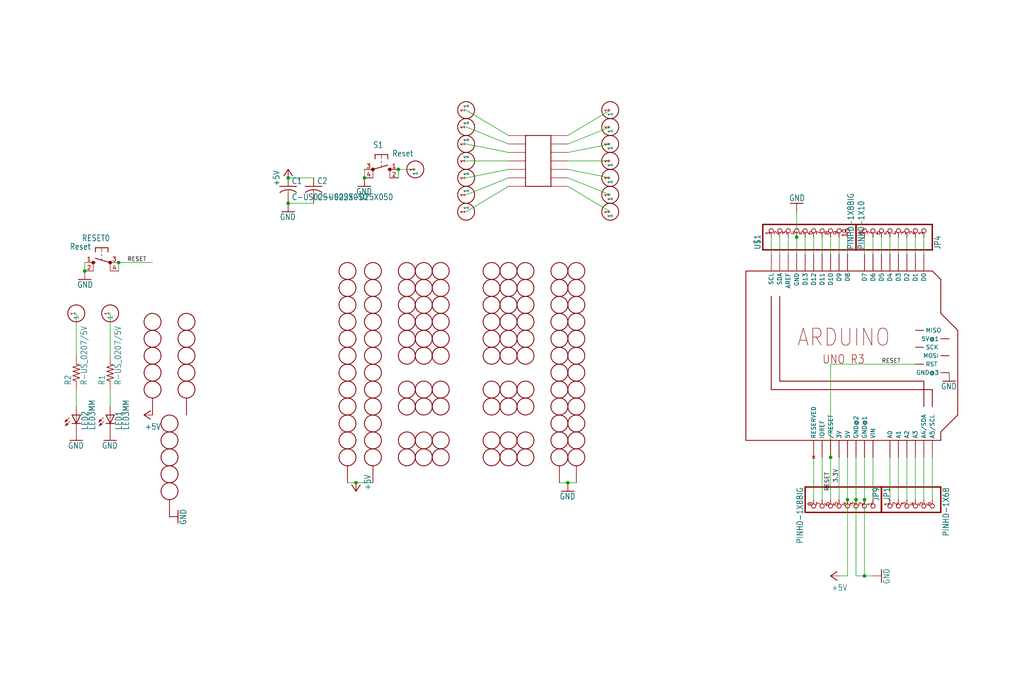
<source format=kicad_sch>
(kicad_sch (version 20211123) (generator eeschema)
  (paper "User" 306.883 210.007)
  (lib_symbols
    (symbol "schematicEagle-eagle-import:+5V" (power)
      (property "Value" "+5V" (at -2.54 -5.08 90))
      (symbol "+5V_1_0"
        (polyline (pts (xy 0 0) (xy -1.27 -1.905)) (stroke (width 0.254)))
        (polyline (pts (xy 1.27 -1.905) (xy 0 0)) (stroke (width 0.254)))
        (pin power_in line (at 0 -2.54 90) (length 2.54) (name "+5V") (number "1"))
      )
    )
    (symbol "schematicEagle-eagle-import:10-XX"
      (property "Reference" "S" (at -6.35 -2.54 90))
      (property "Value" "10-XX" (at -3.81 3.175 90))
      (symbol "10-XX_1_0"
        (circle (center 0 -2.54) (radius 0.127) (stroke (width 0.4064)))
        (polyline (pts (xy -4.445 -1.905) (xy -3.175 -1.905)) (stroke (width 0.254)))
        (polyline (pts (xy -4.445 0) (xy -4.445 -1.905)) (stroke (width 0.254)))
        (polyline (pts (xy -4.445 0) (xy -3.175 0)) (stroke (width 0.1524)))
        (polyline (pts (xy -4.445 1.905) (xy -4.445 0)) (stroke (width 0.254)))
        (polyline (pts (xy -4.445 1.905) (xy -3.175 1.905)) (stroke (width 0.254)))
        (polyline (pts (xy -2.54 0) (xy -1.905 0)) (stroke (width 0.1524)))
        (polyline (pts (xy -1.27 0) (xy -0.635 0)) (stroke (width 0.1524)))
        (polyline (pts (xy 0 -2.54) (xy -1.27 1.905)) (stroke (width 0.254)))
        (polyline (pts (xy 0 1.905) (xy 0 2.54)) (stroke (width 0.254)))
        (polyline (pts (xy 2.54 -2.54) (xy 0 -2.54)) (stroke (width 0.1524)))
        (polyline (pts (xy 2.54 2.54) (xy 0 2.54)) (stroke (width 0.1524)))
        (circle (center 0 2.54) (radius 0.127) (stroke (width 0.4064)))
        (pin passive line (at 0 5.08 270) (length 2.54) (name "S") (number "1"))
        (pin passive line (at 2.54 5.08 270) (length 2.54) (name "S1") (number "2"))
        (pin passive line (at 0 -5.08 90) (length 2.54) (name "P") (number "3"))
        (pin passive line (at 2.54 -5.08 90) (length 2.54) (name "P1") (number "4"))
      )
    )
    (symbol "schematicEagle-eagle-import:12-STRIP"
      (symbol "12-STRIP_1_0"
        (circle (center -25.4 0) (radius 2.54) (stroke (width 0.254)))
        (circle (center -20.32 0) (radius 2.54) (stroke (width 0.254)))
        (circle (center -15.24 0) (radius 2.54) (stroke (width 0.254)))
        (circle (center -10.16 0) (radius 2.54) (stroke (width 0.254)))
        (circle (center -5.08 0) (radius 2.54) (stroke (width 0.254)))
        (circle (center 0 0) (radius 2.54) (stroke (width 0.254)))
        (circle (center 5.08 0) (radius 2.54) (stroke (width 0.254)))
        (circle (center 10.16 0) (radius 2.54) (stroke (width 0.254)))
        (circle (center 15.24 0) (radius 2.54) (stroke (width 0.254)))
        (circle (center 20.32 0) (radius 2.54) (stroke (width 0.254)))
        (circle (center 25.4 0) (radius 2.54) (stroke (width 0.254)))
        (circle (center 30.48 0) (radius 2.54) (stroke (width 0.254)))
        (pin bidirectional line (at -33.02 0 0) (length 5.08) (name "P$1") (number "P$1"))
      )
    )
    (symbol "schematicEagle-eagle-import:3-STRIP"
      (symbol "3-STRIP_1_0"
        (circle (center -5.08 0) (radius 2.54) (stroke (width 0.254)))
        (circle (center 0 0) (radius 2.54) (stroke (width 0.254)))
        (circle (center 5.08 0) (radius 2.54) (stroke (width 0.254)))
      )
    )
    (symbol "schematicEagle-eagle-import:5-STRIP"
      (symbol "5-STRIP_1_0"
        (circle (center 0 0) (radius 2.54) (stroke (width 0.254)))
        (circle (center 5.08 0) (radius 2.54) (stroke (width 0.254)))
        (circle (center 10.16 0) (radius 2.54) (stroke (width 0.254)))
        (circle (center 15.24 0) (radius 2.54) (stroke (width 0.254)))
        (circle (center 20.32 0) (radius 2.54) (stroke (width 0.254)))
        (pin bidirectional line (at -7.62 0 0) (length 5.08) (name "P$1") (number "P$3"))
      )
    )
    (symbol "schematicEagle-eagle-import:ARDUINO_R3_ICSP"
      (symbol "ARDUINO_R3_ICSP_1_0"
        (polyline (pts (xy 0 0) (xy 58.42 0)) (stroke (width 0.254)))
        (polyline (pts (xy 0 50.8) (xy 0 0)) (stroke (width 0.254)))
        (polyline (pts (xy 7.62 15.24) (xy 55.88 15.24)) (stroke (width 0.254)))
        (polyline (pts (xy 7.62 43.18) (xy 7.62 15.24)) (stroke (width 0.254)))
        (polyline (pts (xy 10.16 17.78) (xy 53.34 17.78)) (stroke (width 0.254)))
        (polyline (pts (xy 10.16 43.18) (xy 10.16 17.78)) (stroke (width 0.254)))
        (polyline (pts (xy 53.34 17.78) (xy 53.34 10.16)) (stroke (width 0.254)))
        (polyline (pts (xy 55.88 15.24) (xy 55.88 10.16)) (stroke (width 0.254)))
        (polyline (pts (xy 55.88 50.8) (xy 0 50.8)) (stroke (width 0.254)))
        (polyline (pts (xy 58.42 0) (xy 58.42 2.54)) (stroke (width 0.254)))
        (polyline (pts (xy 58.42 2.54) (xy 63.5 7.62)) (stroke (width 0.254)))
        (polyline (pts (xy 58.42 38.1) (xy 58.42 48.26)) (stroke (width 0.254)))
        (polyline (pts (xy 58.42 48.26) (xy 55.88 50.8)) (stroke (width 0.254)))
        (polyline (pts (xy 63.5 7.62) (xy 63.5 33.02)) (stroke (width 0.254)))
        (polyline (pts (xy 63.5 33.02) (xy 58.42 38.1)) (stroke (width 0.254)))
        (text "ARDUINO" (at 15.24 27.94 0) (effects (font (size 5.08 4.318)) (justify left bottom)))
        (text "UNO R3" (at 22.86 22.86 0) (effects (font (size 2.54 2.159)) (justify left bottom)))
        (pin power_in line (at 27.94 -5.08 90) (length 5.08) (name "3V") (number "3V"))
        (pin power_in line (at 30.48 -5.08 90) (length 5.08) (name "5V") (number "5V"))
        (pin passive line (at 60.96 30.48 180) (length 2.54) (name "5V@1") (number "5V_ICSP"))
        (pin bidirectional line (at 43.18 -5.08 90) (length 5.08) (name "A0") (number "A0"))
        (pin bidirectional line (at 45.72 -5.08 90) (length 5.08) (name "A1") (number "A1"))
        (pin bidirectional line (at 48.26 -5.08 90) (length 5.08) (name "A2") (number "A2"))
        (pin bidirectional line (at 50.8 -5.08 90) (length 5.08) (name "A3") (number "A3"))
        (pin bidirectional line (at 53.34 -5.08 90) (length 5.08) (name "A4/SDA") (number "A4"))
        (pin bidirectional line (at 55.88 -5.08 90) (length 5.08) (name "A5/SCL") (number "A5"))
        (pin bidirectional line (at 12.7 55.88 270) (length 5.08) (name "AREF") (number "AREF"))
        (pin bidirectional line (at 53.34 55.88 270) (length 5.08) (name "D0") (number "D0"))
        (pin bidirectional line (at 50.8 55.88 270) (length 5.08) (name "D1") (number "D1"))
        (pin bidirectional line (at 25.4 55.88 270) (length 5.08) (name "D10") (number "D10"))
        (pin bidirectional line (at 22.86 55.88 270) (length 5.08) (name "D11") (number "D11"))
        (pin bidirectional line (at 20.32 55.88 270) (length 5.08) (name "D12") (number "D12"))
        (pin bidirectional line (at 17.78 55.88 270) (length 5.08) (name "D13") (number "D13"))
        (pin bidirectional line (at 48.26 55.88 270) (length 5.08) (name "D2") (number "D2"))
        (pin bidirectional line (at 45.72 55.88 270) (length 5.08) (name "D3") (number "D3"))
        (pin bidirectional line (at 43.18 55.88 270) (length 5.08) (name "D4") (number "D4"))
        (pin bidirectional line (at 40.64 55.88 270) (length 5.08) (name "D5") (number "D5"))
        (pin bidirectional line (at 38.1 55.88 270) (length 5.08) (name "D6") (number "D6"))
        (pin bidirectional line (at 35.56 55.88 270) (length 5.08) (name "D7") (number "D7"))
        (pin bidirectional line (at 30.48 55.88 270) (length 5.08) (name "D8") (number "D8"))
        (pin bidirectional line (at 27.94 55.88 270) (length 5.08) (name "D9") (number "D9"))
        (pin power_in line (at 15.24 55.88 270) (length 5.08) (name "GND") (number "GND"))
        (pin power_in line (at 33.02 -5.08 90) (length 5.08) (name "GND@2") (number "GND@1"))
        (pin passive line (at 60.96 20.32 180) (length 2.54) (name "GND@3") (number "GND@2"))
        (pin power_in line (at 35.56 -5.08 90) (length 5.08) (name "GND@1") (number "GND@3"))
        (pin output line (at 22.86 -5.08 90) (length 5.08) (name "IOREF") (number "IOREF"))
        (pin passive line (at 50.8 33.02 0) (length 2.54) (name "MISO") (number "MISO"))
        (pin passive line (at 60.96 25.4 180) (length 2.54) (name "MOSI") (number "MOSI"))
        (pin no_connect line (at 20.32 -5.08 90) (length 5.08) (name "RESERVED") (number "RESERVED"))
        (pin bidirectional line (at 25.4 -5.08 90) (length 5.08) (name "/RESET") (number "RESET"))
        (pin passive line (at 50.8 22.86 0) (length 2.54) (name "RST") (number "RESET_ICSP"))
        (pin passive line (at 50.8 27.94 0) (length 2.54) (name "SCK") (number "SCK"))
        (pin bidirectional line (at 7.62 55.88 270) (length 5.08) (name "SCL") (number "SCL"))
        (pin bidirectional line (at 10.16 55.88 270) (length 5.08) (name "SDA") (number "SDA"))
        (pin power_in line (at 38.1 -5.08 90) (length 5.08) (name "VIN") (number "VIN"))
      )
    )
    (symbol "schematicEagle-eagle-import:C-US025-025X050"
      (property "Reference" "C" (at 1.016 0.635 0))
      (property "Value" "C-US025-025X050" (at 1.016 -4.191 0))
      (symbol "C-US025-025X050_1_0"
        (arc (start 0 -1.0161) (mid -1.302 -1.2303) (end -2.4668 -1.8504) (stroke (width 0.254)))
        (polyline (pts (xy -2.54 0) (xy 2.54 0)) (stroke (width 0.254)))
        (polyline (pts (xy 0 -1.016) (xy 0 -2.54)) (stroke (width 0.1524)))
        (arc (start 2.4892 -1.8542) (mid 1.3158 -1.2195) (end 0 -1) (stroke (width 0.254)))
        (pin passive line (at 0 2.54 270) (length 2.54) (name "1") (number "1"))
        (pin passive line (at 0 -5.08 90) (length 2.54) (name "2") (number "2"))
      )
    )
    (symbol "schematicEagle-eagle-import:GND" (power)
      (property "Value" "GND" (at -2.54 -2.54 0))
      (symbol "GND_1_0"
        (polyline (pts (xy -1.905 0) (xy 1.905 0)) (stroke (width 0.254)))
        (pin power_in line (at 0 2.54 270) (length 2.54) (name "GND") (number "1"))
      )
    )
    (symbol "schematicEagle-eagle-import:LED3MM"
      (property "Reference" "LED" (at 3.556 -4.572 90))
      (property "Value" "LED3MM" (at 5.715 -4.572 90))
      (symbol "LED3MM_1_0"
        (polyline (pts (xy -2.032 -0.762) (xy -3.429 -2.159)) (stroke (width 0.1524)))
        (polyline (pts (xy -1.905 -1.905) (xy -3.302 -3.302)) (stroke (width 0.1524)))
        (polyline (pts (xy 0 -2.54) (xy -1.27 -2.54)) (stroke (width 0.254)))
        (polyline (pts (xy 0 -2.54) (xy -1.27 0)) (stroke (width 0.254)))
        (polyline (pts (xy 0 0) (xy -1.27 0)) (stroke (width 0.254)))
        (polyline (pts (xy 0 0) (xy 0 -2.54)) (stroke (width 0.1524)))
        (polyline (pts (xy 1.27 -2.54) (xy 0 -2.54)) (stroke (width 0.254)))
        (polyline (pts (xy 1.27 0) (xy 0 -2.54)) (stroke (width 0.254)))
        (polyline (pts (xy 1.27 0) (xy 0 0)) (stroke (width 0.254)))
        (polyline (pts (xy -3.429 -2.159) (xy -3.048 -1.27) (xy -2.54 -1.778)) (fill (type outline)))
        (polyline (pts (xy -3.302 -3.302) (xy -2.921 -2.413) (xy -2.413 -2.921)) (fill (type outline)))
        (pin passive line (at 0 2.54 270) (length 2.54) (name "A") (number "A"))
        (pin passive line (at 0 -5.08 90) (length 2.54) (name "C") (number "K"))
      )
    )
    (symbol "schematicEagle-eagle-import:PERFHOLE"
      (symbol "PERFHOLE_1_0"
        (circle (center 0 0) (radius 2.54) (stroke (width 0.254)))
        (pin bidirectional line (at 0 0 0) (length 0) (name "1") (number "1"))
      )
    )
    (symbol "schematicEagle-eagle-import:PINHD-1X10"
      (property "Value" "PINHD-1X10" (at -6.35 -17.78 0))
      (symbol "PINHD-1X10_1_0"
        (polyline (pts (xy -6.35 -15.24) (xy 1.27 -15.24)) (stroke (width 0.4064)))
        (polyline (pts (xy -6.35 12.7) (xy -6.35 -15.24)) (stroke (width 0.4064)))
        (polyline (pts (xy 1.27 -15.24) (xy 1.27 12.7)) (stroke (width 0.4064)))
        (polyline (pts (xy 1.27 12.7) (xy -6.35 12.7)) (stroke (width 0.4064)))
        (pin passive inverted (at -2.54 10.16 0) (length 2.54) (name "1") (number "1"))
        (pin passive inverted (at -2.54 -12.7 0) (length 2.54) (name "10") (number "10"))
        (pin passive inverted (at -2.54 7.62 0) (length 2.54) (name "2") (number "2"))
        (pin passive inverted (at -2.54 5.08 0) (length 2.54) (name "3") (number "3"))
        (pin passive inverted (at -2.54 2.54 0) (length 2.54) (name "4") (number "4"))
        (pin passive inverted (at -2.54 0 0) (length 2.54) (name "5") (number "5"))
        (pin passive inverted (at -2.54 -2.54 0) (length 2.54) (name "6") (number "6"))
        (pin passive inverted (at -2.54 -5.08 0) (length 2.54) (name "7") (number "7"))
        (pin passive inverted (at -2.54 -7.62 0) (length 2.54) (name "8") (number "8"))
        (pin passive inverted (at -2.54 -10.16 0) (length 2.54) (name "9") (number "9"))
      )
    )
    (symbol "schematicEagle-eagle-import:PINHD-1X6B"
      (property "Reference" "JP" (at -6.35 10.795 0))
      (property "Value" "PINHD-1X6B" (at -6.35 -10.16 0))
      (symbol "PINHD-1X6B_1_0"
        (polyline (pts (xy -6.35 -7.62) (xy 1.27 -7.62)) (stroke (width 0.4064)))
        (polyline (pts (xy -6.35 10.16) (xy -6.35 -7.62)) (stroke (width 0.4064)))
        (polyline (pts (xy 1.27 -7.62) (xy 1.27 10.16)) (stroke (width 0.4064)))
        (polyline (pts (xy 1.27 10.16) (xy -6.35 10.16)) (stroke (width 0.4064)))
        (pin passive inverted (at -2.54 7.62 0) (length 2.54) (name "1") (number "1"))
        (pin passive inverted (at -2.54 5.08 0) (length 2.54) (name "2") (number "2"))
        (pin passive inverted (at -2.54 2.54 0) (length 2.54) (name "3") (number "3"))
        (pin passive inverted (at -2.54 0 0) (length 2.54) (name "4") (number "4"))
        (pin passive inverted (at -2.54 -2.54 0) (length 2.54) (name "5") (number "5"))
        (pin passive inverted (at -2.54 -5.08 0) (length 2.54) (name "6") (number "6"))
      )
    )
    (symbol "schematicEagle-eagle-import:PINHD-1X8BIG"
      (property "Reference" "JP" (at -6.35 10.795 0))
      (property "Value" "PINHD-1X8BIG" (at -6.35 -15.24 0))
      (symbol "PINHD-1X8BIG_1_0"
        (polyline (pts (xy -6.35 -12.7) (xy 1.27 -12.7)) (stroke (width 0.4064)))
        (polyline (pts (xy -6.35 10.16) (xy -6.35 -12.7)) (stroke (width 0.4064)))
        (polyline (pts (xy 1.27 -12.7) (xy 1.27 10.16)) (stroke (width 0.4064)))
        (polyline (pts (xy 1.27 10.16) (xy -6.35 10.16)) (stroke (width 0.4064)))
        (pin passive inverted (at -2.54 7.62 0) (length 2.54) (name "1") (number "1"))
        (pin passive inverted (at -2.54 5.08 0) (length 2.54) (name "2") (number "2"))
        (pin passive inverted (at -2.54 2.54 0) (length 2.54) (name "3") (number "3"))
        (pin passive inverted (at -2.54 0 0) (length 2.54) (name "4") (number "4"))
        (pin passive inverted (at -2.54 -2.54 0) (length 2.54) (name "5") (number "5"))
        (pin passive inverted (at -2.54 -5.08 0) (length 2.54) (name "6") (number "6"))
        (pin passive inverted (at -2.54 -7.62 0) (length 2.54) (name "7") (number "7"))
        (pin passive inverted (at -2.54 -10.16 0) (length 2.54) (name "8") (number "8"))
      )
    )
    (symbol "schematicEagle-eagle-import:R-US_0207{slash}5V"
      (property "Reference" "R" (at -3.81 1.4986 0))
      (property "Value" "R-US_0207{slash}5V" (at -3.81 -3.302 0))
      (symbol "R-US_0207{slash}5V_1_0"
        (polyline (pts (xy -2.54 0) (xy -2.159 1.016)) (stroke (width 0.2032)))
        (polyline (pts (xy -2.159 1.016) (xy -1.524 -1.016)) (stroke (width 0.2032)))
        (polyline (pts (xy -1.524 -1.016) (xy -0.889 1.016)) (stroke (width 0.2032)))
        (polyline (pts (xy -0.889 1.016) (xy -0.254 -1.016)) (stroke (width 0.2032)))
        (polyline (pts (xy -0.254 -1.016) (xy 0.381 1.016)) (stroke (width 0.2032)))
        (polyline (pts (xy 0.381 1.016) (xy 1.016 -1.016)) (stroke (width 0.2032)))
        (polyline (pts (xy 1.016 -1.016) (xy 1.651 1.016)) (stroke (width 0.2032)))
        (polyline (pts (xy 1.651 1.016) (xy 2.286 -1.016)) (stroke (width 0.2032)))
        (polyline (pts (xy 2.286 -1.016) (xy 2.54 0)) (stroke (width 0.2032)))
        (pin passive line (at -5.08 0 0) (length 2.54) (name "1") (number "1"))
        (pin passive line (at 5.08 0 180) (length 2.54) (name "2") (number "2"))
      )
    )
    (symbol "schematicEagle-eagle-import:SMD-14"
      (symbol "SMD-14_1_0"
        (polyline (pts (xy -2.54 -2.54) (xy -2.54 12.7)) (stroke (width 0.254)))
        (polyline (pts (xy -2.54 12.7) (xy 5.08 12.7)) (stroke (width 0.254)))
        (polyline (pts (xy 5.08 -2.54) (xy -2.54 -2.54)) (stroke (width 0.254)))
        (polyline (pts (xy 5.08 12.7) (xy 5.08 -2.54)) (stroke (width 0.254)))
        (pin bidirectional line (at -7.62 12.7 0) (length 5.08) (name "P$1") (number "P$1"))
        (pin bidirectional line (at 10.16 2.54 180) (length 5.08) (name "P$10") (number "P$10"))
        (pin bidirectional line (at 10.16 5.08 180) (length 5.08) (name "P$11") (number "P$11"))
        (pin bidirectional line (at 10.16 7.62 180) (length 5.08) (name "P$12") (number "P$12"))
        (pin bidirectional line (at 10.16 10.16 180) (length 5.08) (name "P$13") (number "P$13"))
        (pin bidirectional line (at 10.16 12.7 180) (length 5.08) (name "P$14") (number "P$14"))
        (pin bidirectional line (at -7.62 10.16 0) (length 5.08) (name "P$2") (number "P$2"))
        (pin bidirectional line (at -7.62 7.62 0) (length 5.08) (name "P$3") (number "P$3"))
        (pin bidirectional line (at -7.62 5.08 0) (length 5.08) (name "P$4") (number "P$4"))
        (pin bidirectional line (at -7.62 2.54 0) (length 5.08) (name "P$5") (number "P$5"))
        (pin bidirectional line (at -7.62 0 0) (length 5.08) (name "P$6") (number "P$6"))
        (pin bidirectional line (at -7.62 -2.54 0) (length 5.08) (name "P$7") (number "P$7"))
        (pin bidirectional line (at 10.16 -2.54 180) (length 5.08) (name "P$8") (number "P$8"))
        (pin bidirectional line (at 10.16 0 180) (length 5.08) (name "P$9") (number "P$9"))
      )
    )
  )
  (junction (at 259.08 149.86))
  (junction (at 259.08 172.72))
  (junction (at 170.18 144.78))
  (junction (at 254 149.86))
  (junction (at 238.76 71.12))
  (junction (at 248.92 137.16))
  (junction (at 106.68 144.78))
  (junction (at 86.36 60.96))
  (junction (at 25.4 81.28))
  (junction (at 256.54 149.86))
  (junction (at 86.36 53.34))
  (junction (at 35.56 78.74))
  (junction (at 109.22 53.34))
  (junction (at 119.38 50.8))
  (wire (pts (xy 170.18 50.8) (xy 182.88 53.34)))
  (wire (pts (xy 261.62 71.12) (xy 261.62 76.2)))
  (wire (pts (xy 261.62 137.16) (xy 261.62 149.86)))
  (wire (pts (xy 152.4 55.88) (xy 139.7 63.5)))
  (wire (pts (xy 119.38 50.8) (xy 119.38 53.34)))
  (wire (pts (xy 259.08 172.72) (xy 261.62 172.72)))
  (wire (pts (xy 259.08 137.16) (xy 259.08 149.86)))
  (wire (pts (xy 238.76 71.12) (xy 238.76 63.5)))
  (wire (pts (xy 271.78 71.12) (xy 271.78 76.2)))
  (wire (pts (xy 269.24 149.86) (xy 269.24 137.16)))
  (wire (pts (xy 248.92 149.86) (xy 248.92 137.16)))
  (wire (pts (xy 233.68 71.12) (xy 233.68 76.2)))
  (wire (pts (xy 172.72 144.78) (xy 170.18 144.78)))
  (wire (pts (xy 271.78 149.86) (xy 271.78 137.16)))
  (wire (pts (xy 93.98 60.96) (xy 86.36 60.96)))
  (wire (pts (xy 152.4 50.8) (xy 139.7 53.34)))
  (wire (pts (xy 251.46 137.16) (xy 251.46 149.86)))
  (wire (pts (xy 248.92 71.12) (xy 248.92 76.2)))
  (wire (pts (xy 254 149.86) (xy 254 137.16)))
  (wire (pts (xy 236.22 71.12) (xy 236.22 76.2)))
  (wire (pts (xy 170.18 45.72) (xy 182.88 43.18)))
  (wire (pts (xy 170.18 43.18) (xy 182.88 38.1)))
  (wire (pts (xy 124.46 50.8) (xy 119.38 50.8)))
  (wire (pts (xy 266.7 71.12) (xy 266.7 76.2)))
  (wire (pts (xy 259.08 149.86) (xy 259.08 172.72)))
  (wire (pts (xy 254 172.72) (xy 254 149.86)))
  (wire (pts (xy 22.86 116.84) (xy 22.86 121.92)))
  (wire (pts (xy 93.98 53.34) (xy 86.36 53.34)))
  (wire (pts (xy 256.54 149.86) (xy 256.54 172.72)))
  (wire (pts (xy 106.68 144.78) (xy 111.76 144.78)))
  (wire (pts (xy 241.3 71.12) (xy 241.3 76.2)))
  (wire (pts (xy 152.4 48.26) (xy 139.7 48.26)))
  (wire (pts (xy 33.02 116.84) (xy 33.02 121.92)))
  (wire (pts (xy 152.4 53.34) (xy 139.7 58.42)))
  (wire (pts (xy 152.4 40.64) (xy 139.7 33.02)))
  (wire (pts (xy 33.02 106.68) (xy 33.02 93.98)))
  (wire (pts (xy 264.16 71.12) (xy 264.16 76.2)))
  (wire (pts (xy 35.56 78.74) (xy 45.72 78.74)))
  (wire (pts (xy 231.14 71.12) (xy 231.14 76.2)))
  (wire (pts (xy 274.32 71.12) (xy 274.32 76.2)))
  (wire (pts (xy 35.56 81.28) (xy 35.56 78.74)))
  (wire (pts (xy 256.54 172.72) (xy 259.08 172.72)))
  (wire (pts (xy 254 71.12) (xy 254 76.2)))
  (wire (pts (xy 259.08 71.12) (xy 259.08 76.2)))
  (wire (pts (xy 109.22 50.8) (xy 109.22 53.34)))
  (wire (pts (xy 22.86 93.98) (xy 22.86 106.68)))
  (wire (pts (xy 170.18 144.78) (xy 167.64 144.78)))
  (wire (pts (xy 243.84 71.12) (xy 243.84 76.2)))
  (wire (pts (xy 274.32 149.86) (xy 274.32 137.16)))
  (wire (pts (xy 251.46 71.12) (xy 251.46 76.2)))
  (wire (pts (xy 238.76 71.12) (xy 238.76 76.2)))
  (wire (pts (xy 248.92 109.22) (xy 248.92 137.16)))
  (wire (pts (xy 279.4 149.86) (xy 279.4 137.16)))
  (wire (pts (xy 276.86 71.12) (xy 276.86 76.2)))
  (wire (pts (xy 266.7 149.86) (xy 266.7 137.16)))
  (wire (pts (xy 170.18 48.26) (xy 182.88 48.26)))
  (wire (pts (xy 256.54 137.16) (xy 256.54 149.86)))
  (wire (pts (xy 170.18 55.88) (xy 182.88 63.5)))
  (wire (pts (xy 246.38 149.86) (xy 246.38 137.16)))
  (wire (pts (xy 251.46 172.72) (xy 254 172.72)))
  (wire (pts (xy 276.86 149.86) (xy 276.86 137.16)))
  (wire (pts (xy 243.84 137.16) (xy 243.84 149.86)))
  (wire (pts (xy 104.14 144.78) (xy 106.68 144.78)))
  (wire (pts (xy 269.24 71.12) (xy 269.24 76.2)))
  (wire (pts (xy 170.18 40.64) (xy 182.88 33.02)))
  (wire (pts (xy 25.4 78.74) (xy 25.4 81.28)))
  (wire (pts (xy 246.38 71.12) (xy 246.38 76.2)))
  (wire (pts (xy 152.4 43.18) (xy 139.7 38.1)))
  (wire (pts (xy 152.4 45.72) (xy 139.7 43.18)))
  (wire (pts (xy 170.18 53.34) (xy 182.88 58.42)))
  (wire (pts (xy 274.32 109.22) (xy 248.92 109.22)))
  (label "RESET" (at 38.1 78.74 0) (effects (font (size 1.2446 1.2446))))
  (label "RESET" (at 264.16 109.22 0) (effects (font (size 1.2446 1.2446))))
  (label "RESET" (at 248.92 147.32 90) (effects (font (size 1.2446 1.2446))))
  (label "3.3V" (at 251.46 144.78 90) (effects (font (size 1.2446 1.2446))))
  (symbol (lib_id "schematicEagle-eagle-import:3-STRIP") (at 152.4 101.6 180) (unit 1)
    (property "Reference" "U$14" (effects hide))
    (property "Value" "3-STRIP" (effects hide))
    (property "Footprint" "schematicEagle:3-STRIP" (effects hide))
  )
  (symbol (lib_id "schematicEagle-eagle-import:3-STRIP") (at 152.4 96.52 180) (unit 1)
    (property "Reference" "U$13" (effects hide))
    (property "Value" "3-STRIP" (effects hide))
    (property "Footprint" "schematicEagle:3-STRIP" (effects hide))
  )
  (symbol (lib_id "schematicEagle-eagle-import:PERFHOLE") (at 124.46 50.8 270) (unit 1)
    (property "Reference" "U$16" (effects hide))
    (property "Value" "PERFHOLE" (effects hide))
    (property "Footprint" "schematicEagle:PERFHOLE" (effects hide))
  )
  (symbol (lib_id "schematicEagle-eagle-import:PINHD-1X10") (at 241.3 68.58 90) (unit 1)
    (property "Reference" "U$1" (at 227.965 74.93 0) (effects (font (size 1.778 1.5113)) (justify left bottom)))
    (property "Value" "PINHD-1X10" (at 259.08 74.93 0) (effects (font (size 1.778 1.5113)) (justify left bottom)))
    (property "Footprint" "schematicEagle:1X10-BIG" (effects hide))
  )
  (symbol (lib_id "schematicEagle-eagle-import:3-STRIP") (at 127 106.68 180) (unit 1)
    (property "Reference" "U$28" (effects hide))
    (property "Value" "3-STRIP" (effects hide))
    (property "Footprint" "schematicEagle:3-STRIP" (effects hide))
  )
  (symbol (lib_id "schematicEagle-eagle-import:PERFHOLE") (at 33.02 93.98 270) (unit 1)
    (property "Reference" "U$7" (effects hide))
    (property "Value" "PERFHOLE" (effects hide))
    (property "Footprint" "schematicEagle:PERFHOLE" (effects hide))
  )
  (symbol (lib_id "schematicEagle-eagle-import:PINHD-1X6B") (at 274.32 152.4 90) (mirror x) (unit 1)
    (property "Reference" "JP9" (at 263.525 146.05 0) (effects (font (size 1.778 1.5113)) (justify left bottom)))
    (property "Value" "PINHD-1X6B" (at 284.48 146.05 0) (effects (font (size 1.778 1.5113)) (justify left bottom)))
    (property "Footprint" "schematicEagle:1X06-BIG" (effects hide))
  )
  (symbol (lib_id "schematicEagle-eagle-import:PERFHOLE") (at 22.86 93.98 270) (unit 1)
    (property "Reference" "U$4" (effects hide))
    (property "Value" "PERFHOLE" (effects hide))
    (property "Footprint" "schematicEagle:PERFHOLE" (effects hide))
  )
  (symbol (lib_id "schematicEagle-eagle-import:5-STRIP") (at 55.88 116.84 90) (unit 1)
    (property "Reference" "U$3" (effects hide))
    (property "Value" "5-STRIP" (effects hide))
    (property "Footprint" "schematicEagle:5-STRIP" (effects hide))
  )
  (symbol (lib_id "schematicEagle-eagle-import:PERFHOLE") (at 139.7 58.42 90) (unit 1)
    (property "Reference" "U$25" (effects hide))
    (property "Value" "PERFHOLE" (effects hide))
    (property "Footprint" "schematicEagle:PERFHOLE" (effects hide))
  )
  (symbol (lib_id "schematicEagle-eagle-import:12-STRIP") (at 172.72 111.76 90) (unit 1)
    (property "Reference" "GNDSTRIP1" (effects hide))
    (property "Value" "12-STRIP" (effects hide))
    (property "Footprint" "schematicEagle:12-STRIP" (effects hide))
  )
  (symbol (lib_id "schematicEagle-eagle-import:3-STRIP") (at 127 91.44 180) (unit 1)
    (property "Reference" "U$31" (effects hide))
    (property "Value" "3-STRIP" (effects hide))
    (property "Footprint" "schematicEagle:3-STRIP" (effects hide))
  )
  (symbol (lib_id "schematicEagle-eagle-import:3-STRIP") (at 152.4 91.44 180) (unit 1)
    (property "Reference" "U$12" (effects hide))
    (property "Value" "3-STRIP" (effects hide))
    (property "Footprint" "schematicEagle:3-STRIP" (effects hide))
  )
  (symbol (lib_id "schematicEagle-eagle-import:3-STRIP") (at 127 116.84 180) (unit 1)
    (property "Reference" "U$26" (effects hide))
    (property "Value" "3-STRIP" (effects hide))
    (property "Footprint" "schematicEagle:3-STRIP" (effects hide))
  )
  (symbol (lib_id "schematicEagle-eagle-import:PINHD-1X8BIG") (at 269.24 68.58 270) (mirror x) (unit 1)
    (property "Reference" "JP4" (at 280.035 74.93 0) (effects (font (size 1.778 1.5113)) (justify left bottom)))
    (property "Value" "PINHD-1X8BIG" (at 254 74.93 0) (effects (font (size 1.778 1.5113)) (justify left bottom)))
    (property "Footprint" "schematicEagle:1X08-BIG" (effects hide))
  )
  (symbol (lib_id "schematicEagle-eagle-import:GND") (at 238.76 60.96 180) (unit 1)
    (property "Reference" "#GND10" (effects hide))
    (property "Value" "GND" (at 241.3 58.42 0) (effects (font (size 1.778 1.5113)) (justify left bottom)))
    (property "Footprint" "schematicEagle:" (effects hide))
  )
  (symbol (lib_id "schematicEagle-eagle-import:GND") (at 53.34 154.94 90) (unit 1)
    (property "Reference" "#GND9" (effects hide))
    (property "Value" "GND" (at 55.88 157.48 0) (effects (font (size 1.778 1.5113)) (justify left bottom)))
    (property "Footprint" "schematicEagle:" (effects hide))
  )
  (symbol (lib_id "schematicEagle-eagle-import:PERFHOLE") (at 182.88 58.42 270) (unit 1)
    (property "Reference" "U$35" (effects hide))
    (property "Value" "PERFHOLE" (effects hide))
    (property "Footprint" "schematicEagle:PERFHOLE" (effects hide))
  )
  (symbol (lib_id "schematicEagle-eagle-import:3-STRIP") (at 127 101.6 180) (unit 1)
    (property "Reference" "U$29" (effects hide))
    (property "Value" "3-STRIP" (effects hide))
    (property "Footprint" "schematicEagle:3-STRIP" (effects hide))
  )
  (symbol (lib_id "schematicEagle-eagle-import:GND") (at 86.36 63.5 0) (unit 1)
    (property "Reference" "#GND8" (effects hide))
    (property "Value" "GND" (at 83.82 66.04 0) (effects (font (size 1.778 1.5113)) (justify left bottom)))
    (property "Footprint" "schematicEagle:" (effects hide))
  )
  (symbol (lib_id "schematicEagle-eagle-import:R-US_0207{slash}5V") (at 33.02 111.76 90) (unit 1)
    (property "Reference" "R1" (at 31.5214 115.57 0) (effects (font (size 1.778 1.5113)) (justify left bottom)))
    (property "Value" "R-US_0207{slash}5V" (at 36.322 115.57 0) (effects (font (size 1.778 1.5113)) (justify left bottom)))
    (property "Footprint" "schematicEagle:0207_5V" (effects hide))
  )
  (symbol (lib_id "schematicEagle-eagle-import:5-STRIP") (at 45.72 116.84 90) (unit 1)
    (property "Reference" "U$24" (effects hide))
    (property "Value" "5-STRIP" (effects hide))
    (property "Footprint" "schematicEagle:5-STRIP" (effects hide))
  )
  (symbol (lib_id "schematicEagle-eagle-import:3-STRIP") (at 127 96.52 180) (unit 1)
    (property "Reference" "U$30" (effects hide))
    (property "Value" "3-STRIP" (effects hide))
    (property "Footprint" "schematicEagle:3-STRIP" (effects hide))
  )
  (symbol (lib_id "schematicEagle-eagle-import:LED3MM") (at 22.86 124.46 0) (unit 1)
    (property "Reference" "LED2" (at 26.416 129.032 90) (effects (font (size 1.778 1.5113)) (justify left bottom)))
    (property "Value" "LED3MM" (at 28.575 129.032 90) (effects (font (size 1.778 1.5113)) (justify left bottom)))
    (property "Footprint" "schematicEagle:LED3MM" (effects hide))
  )
  (symbol (lib_id "schematicEagle-eagle-import:PERFHOLE") (at 139.7 53.34 90) (unit 1)
    (property "Reference" "U$19" (effects hide))
    (property "Value" "PERFHOLE" (effects hide))
    (property "Footprint" "schematicEagle:PERFHOLE" (effects hide))
  )
  (symbol (lib_id "schematicEagle-eagle-import:PERFHOLE") (at 182.88 33.02 270) (unit 1)
    (property "Reference" "U$41" (effects hide))
    (property "Value" "PERFHOLE" (effects hide))
    (property "Footprint" "schematicEagle:PERFHOLE" (effects hide))
  )
  (symbol (lib_id "schematicEagle-eagle-import:3-STRIP") (at 152.4 106.68 180) (unit 1)
    (property "Reference" "U$15" (effects hide))
    (property "Value" "3-STRIP" (effects hide))
    (property "Footprint" "schematicEagle:3-STRIP" (effects hide))
  )
  (symbol (lib_id "schematicEagle-eagle-import:GND") (at 22.86 132.08 0) (unit 1)
    (property "Reference" "#GND5" (effects hide))
    (property "Value" "GND" (at 20.32 134.62 0) (effects (font (size 1.778 1.5113)) (justify left bottom)))
    (property "Footprint" "schematicEagle:" (effects hide))
  )
  (symbol (lib_id "schematicEagle-eagle-import:GND") (at 109.22 55.88 0) (unit 1)
    (property "Reference" "#GND6" (effects hide))
    (property "Value" "GND" (at 106.68 58.42 0) (effects (font (size 1.778 1.5113)) (justify left bottom)))
    (property "Footprint" "schematicEagle:" (effects hide))
  )
  (symbol (lib_id "schematicEagle-eagle-import:+5V") (at 43.18 124.46 90) (unit 1)
    (property "Reference" "#P+5" (effects hide))
    (property "Value" "+5V" (at 48.26 127 90) (effects (font (size 1.778 1.5113)) (justify left bottom)))
    (property "Footprint" "schematicEagle:" (effects hide))
  )
  (symbol (lib_id "schematicEagle-eagle-import:GND") (at 284.48 114.3 0) (unit 1)
    (property "Reference" "#GND3" (effects hide))
    (property "Value" "GND" (at 281.94 116.84 0) (effects (font (size 1.778 1.5113)) (justify left bottom)))
    (property "Footprint" "schematicEagle:" (effects hide))
  )
  (symbol (lib_id "schematicEagle-eagle-import:5-STRIP") (at 50.8 147.32 90) (unit 1)
    (property "Reference" "U$43" (effects hide))
    (property "Value" "5-STRIP" (effects hide))
    (property "Footprint" "schematicEagle:5-STRIP" (effects hide))
  )
  (symbol (lib_id "schematicEagle-eagle-import:PERFHOLE") (at 182.88 38.1 270) (unit 1)
    (property "Reference" "U$40" (effects hide))
    (property "Value" "PERFHOLE" (effects hide))
    (property "Footprint" "schematicEagle:PERFHOLE" (effects hide))
  )
  (symbol (lib_id "schematicEagle-eagle-import:12-STRIP") (at 104.14 111.76 90) (unit 1)
    (property "Reference" "VCCSTRIP1" (effects hide))
    (property "Value" "12-STRIP" (effects hide))
    (property "Footprint" "schematicEagle:12-STRIP" (effects hide))
  )
  (symbol (lib_id "schematicEagle-eagle-import:PERFHOLE") (at 182.88 43.18 270) (unit 1)
    (property "Reference" "U$39" (effects hide))
    (property "Value" "PERFHOLE" (effects hide))
    (property "Footprint" "schematicEagle:PERFHOLE" (effects hide))
  )
  (symbol (lib_id "schematicEagle-eagle-import:3-STRIP") (at 127 86.36 180) (unit 1)
    (property "Reference" "U$32" (effects hide))
    (property "Value" "3-STRIP" (effects hide))
    (property "Footprint" "schematicEagle:3-STRIP" (effects hide))
  )
  (symbol (lib_id "schematicEagle-eagle-import:PERFHOLE") (at 139.7 43.18 90) (unit 1)
    (property "Reference" "U$8" (effects hide))
    (property "Value" "PERFHOLE" (effects hide))
    (property "Footprint" "schematicEagle:PERFHOLE" (effects hide))
  )
  (symbol (lib_id "schematicEagle-eagle-import:3-STRIP") (at 127 137.16 180) (unit 1)
    (property "Reference" "U$22" (effects hide))
    (property "Value" "3-STRIP" (effects hide))
    (property "Footprint" "schematicEagle:3-STRIP" (effects hide))
  )
  (symbol (lib_id "schematicEagle-eagle-import:12-STRIP") (at 167.64 111.76 90) (unit 1)
    (property "Reference" "GNDSTRIP2" (effects hide))
    (property "Value" "12-STRIP" (effects hide))
    (property "Footprint" "schematicEagle:12-STRIP" (effects hide))
  )
  (symbol (lib_id "schematicEagle-eagle-import:R-US_0207{slash}5V") (at 22.86 111.76 90) (unit 1)
    (property "Reference" "R2" (at 21.3614 115.57 0) (effects (font (size 1.778 1.5113)) (justify left bottom)))
    (property "Value" "R-US_0207{slash}5V" (at 26.162 115.57 0) (effects (font (size 1.778 1.5113)) (justify left bottom)))
    (property "Footprint" "schematicEagle:0207_5V" (effects hide))
  )
  (symbol (lib_id "schematicEagle-eagle-import:3-STRIP") (at 127 132.08 180) (unit 1)
    (property "Reference" "U$23" (effects hide))
    (property "Value" "3-STRIP" (effects hide))
    (property "Footprint" "schematicEagle:3-STRIP" (effects hide))
  )
  (symbol (lib_id "schematicEagle-eagle-import:C-US025-025X050") (at 86.36 55.88 0) (unit 1)
    (property "Reference" "C1" (at 87.376 55.245 0) (effects (font (size 1.778 1.5113)) (justify left bottom)))
    (property "Value" "C-US025-025X050" (at 87.376 60.071 0) (effects (font (size 1.778 1.5113)) (justify left bottom)))
    (property "Footprint" "schematicEagle:C025-025X050" (effects hide))
  )
  (symbol (lib_id "schematicEagle-eagle-import:3-STRIP") (at 152.4 121.92 180) (unit 1)
    (property "Reference" "U$18" (effects hide))
    (property "Value" "3-STRIP" (effects hide))
    (property "Footprint" "schematicEagle:3-STRIP" (effects hide))
  )
  (symbol (lib_id "schematicEagle-eagle-import:3-STRIP") (at 152.4 116.84 180) (unit 1)
    (property "Reference" "U$17" (effects hide))
    (property "Value" "3-STRIP" (effects hide))
    (property "Footprint" "schematicEagle:3-STRIP" (effects hide))
  )
  (symbol (lib_id "schematicEagle-eagle-import:PERFHOLE") (at 139.7 48.26 90) (unit 1)
    (property "Reference" "U$9" (effects hide))
    (property "Value" "PERFHOLE" (effects hide))
    (property "Footprint" "schematicEagle:PERFHOLE" (effects hide))
  )
  (symbol (lib_id "schematicEagle-eagle-import:3-STRIP") (at 127 121.92 180) (unit 1)
    (property "Reference" "U$5" (effects hide))
    (property "Value" "3-STRIP" (effects hide))
    (property "Footprint" "schematicEagle:3-STRIP" (effects hide))
  )
  (symbol (lib_id "schematicEagle-eagle-import:C-US025-025X050") (at 93.98 55.88 0) (unit 1)
    (property "Reference" "C2" (at 94.996 55.245 0) (effects (font (size 1.778 1.5113)) (justify left bottom)))
    (property "Value" "C-US025-025X050" (at 94.996 60.071 0) (effects (font (size 1.778 1.5113)) (justify left bottom)))
    (property "Footprint" "schematicEagle:C025-025X050" (effects hide))
  )
  (symbol (lib_id "schematicEagle-eagle-import:PERFHOLE") (at 182.88 53.34 270) (unit 1)
    (property "Reference" "U$37" (effects hide))
    (property "Value" "PERFHOLE" (effects hide))
    (property "Footprint" "schematicEagle:PERFHOLE" (effects hide))
  )
  (symbol (lib_id "schematicEagle-eagle-import:PERFHOLE") (at 139.7 63.5 90) (unit 1)
    (property "Reference" "U$27" (effects hide))
    (property "Value" "PERFHOLE" (effects hide))
    (property "Footprint" "schematicEagle:PERFHOLE" (effects hide))
  )
  (symbol (lib_id "schematicEagle-eagle-import:+5V") (at 248.92 172.72 90) (unit 1)
    (property "Reference" "#P+1" (effects hide))
    (property "Value" "+5V" (at 254 175.26 90) (effects (font (size 1.778 1.5113)) (justify left bottom)))
    (property "Footprint" "schematicEagle:" (effects hide))
  )
  (symbol (lib_id "schematicEagle-eagle-import:3-STRIP") (at 152.4 137.16 180) (unit 1)
    (property "Reference" "U$21" (effects hide))
    (property "Value" "3-STRIP" (effects hide))
    (property "Footprint" "schematicEagle:3-STRIP" (effects hide))
  )
  (symbol (lib_id "schematicEagle-eagle-import:3-STRIP") (at 152.4 86.36 180) (unit 1)
    (property "Reference" "U$11" (effects hide))
    (property "Value" "3-STRIP" (effects hide))
    (property "Footprint" "schematicEagle:3-STRIP" (effects hide))
  )
  (symbol (lib_id "schematicEagle-eagle-import:GND") (at 25.4 83.82 0) (mirror y) (unit 1)
    (property "Reference" "#GND2" (effects hide))
    (property "Value" "GND" (at 27.94 86.36 0) (effects (font (size 1.778 1.5113)) (justify left bottom)))
    (property "Footprint" "schematicEagle:" (effects hide))
  )
  (symbol (lib_id "schematicEagle-eagle-import:ARDUINO_R3_ICSP") (at 223.52 132.08 0) (unit 1)
    (property "Reference" "M1" (effects hide))
    (property "Value" "ARDUINO_R3_ICSP" (effects hide))
    (property "Footprint" "schematicEagle:ARDUINOR3_ICSP" (effects hide))
  )
  (symbol (lib_id "schematicEagle-eagle-import:12-STRIP") (at 111.76 111.76 90) (unit 1)
    (property "Reference" "VCCSTRIP2" (effects hide))
    (property "Value" "12-STRIP" (effects hide))
    (property "Footprint" "schematicEagle:12-STRIP" (effects hide))
  )
  (symbol (lib_id "schematicEagle-eagle-import:10-XX") (at 114.3 50.8 270) (unit 1)
    (property "Reference" "S1" (at 111.76 44.45 90) (effects (font (size 1.778 1.5113)) (justify left bottom)))
    (property "Value" "Reset" (at 117.475 46.99 90) (effects (font (size 1.778 1.5113)) (justify left bottom)))
    (property "Footprint" "schematicEagle:B3F-10XX" (effects hide))
  )
  (symbol (lib_id "schematicEagle-eagle-import:3-STRIP") (at 127 81.28 180) (unit 1)
    (property "Reference" "U$33" (effects hide))
    (property "Value" "3-STRIP" (effects hide))
    (property "Footprint" "schematicEagle:3-STRIP" (effects hide))
  )
  (symbol (lib_id "schematicEagle-eagle-import:10-XX") (at 30.48 78.74 90) (mirror x) (unit 1)
    (property "Reference" "RESET0" (at 33.02 72.39 90) (effects (font (size 1.778 1.5113)) (justify left bottom)))
    (property "Value" "Reset" (at 27.305 74.93 90) (effects (font (size 1.778 1.5113)) (justify left bottom)))
    (property "Footprint" "schematicEagle:B3F-10XX" (effects hide))
  )
  (symbol (lib_id "schematicEagle-eagle-import:PERFHOLE") (at 139.7 38.1 90) (unit 1)
    (property "Reference" "U$6" (effects hide))
    (property "Value" "PERFHOLE" (effects hide))
    (property "Footprint" "schematicEagle:PERFHOLE" (effects hide))
  )
  (symbol (lib_id "schematicEagle-eagle-import:PERFHOLE") (at 139.7 33.02 90) (unit 1)
    (property "Reference" "U$2" (effects hide))
    (property "Value" "PERFHOLE" (effects hide))
    (property "Footprint" "schematicEagle:PERFHOLE" (effects hide))
  )
  (symbol (lib_id "schematicEagle-eagle-import:3-STRIP") (at 152.4 81.28 180) (unit 1)
    (property "Reference" "U$10" (effects hide))
    (property "Value" "3-STRIP" (effects hide))
    (property "Footprint" "schematicEagle:3-STRIP" (effects hide))
  )
  (symbol (lib_id "schematicEagle-eagle-import:3-STRIP") (at 152.4 132.08 180) (unit 1)
    (property "Reference" "U$20" (effects hide))
    (property "Value" "3-STRIP" (effects hide))
    (property "Footprint" "schematicEagle:3-STRIP" (effects hide))
  )
  (symbol (lib_id "schematicEagle-eagle-import:GND") (at 264.16 172.72 90) (unit 1)
    (property "Reference" "#GND1" (effects hide))
    (property "Value" "GND" (at 266.7 175.26 0) (effects (font (size 1.778 1.5113)) (justify left bottom)))
    (property "Footprint" "schematicEagle:" (effects hide))
  )
  (symbol (lib_id "schematicEagle-eagle-import:PINHD-1X8BIG") (at 254 152.4 270) (unit 1)
    (property "Reference" "JP1" (at 264.795 146.05 0) (effects (font (size 1.778 1.5113)) (justify left bottom)))
    (property "Value" "PINHD-1X8BIG" (at 238.76 146.05 0) (effects (font (size 1.778 1.5113)) (justify left bottom)))
    (property "Footprint" "schematicEagle:1X08-BIG" (effects hide))
  )
  (symbol (lib_id "schematicEagle-eagle-import:GND") (at 170.18 147.32 0) (unit 1)
    (property "Reference" "#GND7" (effects hide))
    (property "Value" "GND" (at 167.64 149.86 0) (effects (font (size 1.778 1.5113)) (justify left bottom)))
    (property "Footprint" "schematicEagle:" (effects hide))
  )
  (symbol (lib_id "schematicEagle-eagle-import:PERFHOLE") (at 182.88 48.26 270) (unit 1)
    (property "Reference" "U$38" (effects hide))
    (property "Value" "PERFHOLE" (effects hide))
    (property "Footprint" "schematicEagle:PERFHOLE" (effects hide))
  )
  (symbol (lib_id "schematicEagle-eagle-import:LED3MM") (at 33.02 124.46 0) (unit 1)
    (property "Reference" "LED1" (at 36.576 129.032 90) (effects (font (size 1.778 1.5113)) (justify left bottom)))
    (property "Value" "LED3MM" (at 38.735 129.032 90) (effects (font (size 1.778 1.5113)) (justify left bottom)))
    (property "Footprint" "schematicEagle:LED3MM" (effects hide))
  )
  (symbol (lib_id "schematicEagle-eagle-import:+5V") (at 86.36 50.8 0) (unit 1)
    (property "Reference" "#P+4" (effects hide))
    (property "Value" "+5V" (at 83.82 55.88 90) (effects (font (size 1.778 1.5113)) (justify left bottom)))
    (property "Footprint" "schematicEagle:" (effects hide))
  )
  (symbol (lib_id "schematicEagle-eagle-import:PERFHOLE") (at 182.88 63.5 270) (unit 1)
    (property "Reference" "U$34" (effects hide))
    (property "Value" "PERFHOLE" (effects hide))
    (property "Footprint" "schematicEagle:PERFHOLE" (effects hide))
  )
  (symbol (lib_id "schematicEagle-eagle-import:+5V") (at 106.68 147.32 180) (unit 1)
    (property "Reference" "#P+2" (effects hide))
    (property "Value" "+5V" (at 109.22 142.24 90) (effects (font (size 1.778 1.5113)) (justify left bottom)))
    (property "Footprint" "schematicEagle:" (effects hide))
  )
  (symbol (lib_id "schematicEagle-eagle-import:GND") (at 33.02 132.08 0) (unit 1)
    (property "Reference" "#GND4" (effects hide))
    (property "Value" "GND" (at 30.48 134.62 0) (effects (font (size 1.778 1.5113)) (justify left bottom)))
    (property "Footprint" "schematicEagle:" (effects hide))
  )
  (symbol (lib_id "schematicEagle-eagle-import:SMD-14") (at 160.02 53.34 0) (unit 1)
    (property "Reference" "IC1" (effects hide))
    (property "Value" "SMD-14" (effects hide))
    (property "Footprint" "schematicEagle:SO-14NMW" (effects hide))
  )
)
</source>
